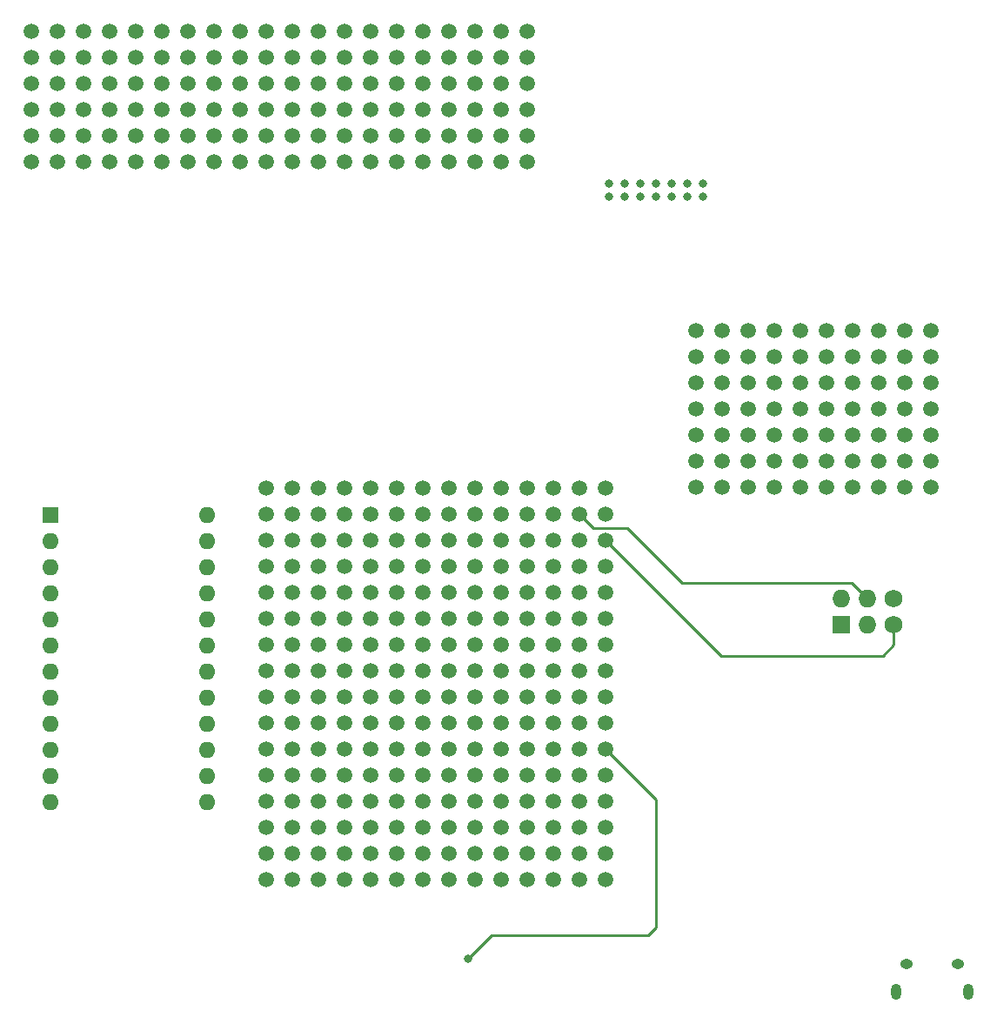
<source format=gbr>
G04 #@! TF.GenerationSoftware,KiCad,Pcbnew,(5.1.4)-1*
G04 #@! TF.CreationDate,2019-09-21T18:09:15-04:00*
G04 #@! TF.ProjectId,test2,74657374-322e-46b6-9963-61645f706362,rev?*
G04 #@! TF.SameCoordinates,Original*
G04 #@! TF.FileFunction,Copper,L2,Bot*
G04 #@! TF.FilePolarity,Positive*
%FSLAX46Y46*%
G04 Gerber Fmt 4.6, Leading zero omitted, Abs format (unit mm)*
G04 Created by KiCad (PCBNEW (5.1.4)-1) date 2019-09-21 18:09:15*
%MOMM*%
%LPD*%
G04 APERTURE LIST*
%ADD10C,1.500000*%
%ADD11O,1.250000X0.950000*%
%ADD12O,1.000000X1.550000*%
%ADD13O,1.600000X1.600000*%
%ADD14R,1.600000X1.600000*%
%ADD15R,1.727200X1.727200*%
%ADD16O,1.727200X1.727200*%
%ADD17C,1.727200*%
%ADD18C,0.800000*%
%ADD19C,0.250000*%
G04 APERTURE END LIST*
D10*
X160099000Y-92535000D03*
X160099000Y-89995000D03*
X160099000Y-87455000D03*
X160099000Y-84915000D03*
X160099000Y-82375000D03*
X160099000Y-79835000D03*
X160099000Y-77295000D03*
X157559000Y-92535000D03*
X157559000Y-89995000D03*
X157559000Y-87455000D03*
X157559000Y-84915000D03*
X157559000Y-82375000D03*
X157559000Y-79835000D03*
X157559000Y-77295000D03*
X155019000Y-92535000D03*
X155019000Y-89995000D03*
X155019000Y-87455000D03*
X155019000Y-84915000D03*
X155019000Y-82375000D03*
X155019000Y-79835000D03*
X155019000Y-77295000D03*
X152479000Y-92535000D03*
X152479000Y-89995000D03*
X152479000Y-87455000D03*
X152479000Y-84915000D03*
X152479000Y-82375000D03*
X152479000Y-79835000D03*
X152479000Y-77295000D03*
X149939000Y-92535000D03*
X149939000Y-89995000D03*
X149939000Y-87455000D03*
X149939000Y-84915000D03*
X149939000Y-82375000D03*
X149939000Y-79835000D03*
X149939000Y-77295000D03*
X147399000Y-92535000D03*
X147399000Y-89995000D03*
X147399000Y-87455000D03*
X147399000Y-84915000D03*
X147399000Y-82375000D03*
X147399000Y-79835000D03*
X147399000Y-77295000D03*
X144859000Y-92535000D03*
X144859000Y-89995000D03*
X144859000Y-87455000D03*
X144859000Y-84915000D03*
X144859000Y-82375000D03*
X144859000Y-79835000D03*
X144859000Y-77295000D03*
X142319000Y-92535000D03*
X142319000Y-89995000D03*
X142319000Y-87455000D03*
X142319000Y-84915000D03*
X142319000Y-82375000D03*
X142319000Y-79835000D03*
X142319000Y-77295000D03*
X139779000Y-92535000D03*
X139779000Y-89995000D03*
X139779000Y-87455000D03*
X139779000Y-84915000D03*
X139779000Y-82375000D03*
X139779000Y-79835000D03*
X139779000Y-77295000D03*
X137239000Y-92535000D03*
X137239000Y-89995000D03*
X137239000Y-87455000D03*
X137239000Y-84915000D03*
X137239000Y-82375000D03*
X137239000Y-79835000D03*
X137239000Y-77295000D03*
X120856000Y-60912000D03*
X120856000Y-58372000D03*
X120856000Y-55832000D03*
X120856000Y-53292000D03*
X120856000Y-50752000D03*
X120856000Y-48212000D03*
X118316000Y-60912000D03*
X118316000Y-58372000D03*
X118316000Y-55832000D03*
X118316000Y-53292000D03*
X118316000Y-50752000D03*
X118316000Y-48212000D03*
X115776000Y-60912000D03*
X115776000Y-58372000D03*
X115776000Y-55832000D03*
X115776000Y-53292000D03*
X115776000Y-50752000D03*
X115776000Y-48212000D03*
X113236000Y-60912000D03*
X113236000Y-58372000D03*
X113236000Y-55832000D03*
X113236000Y-53292000D03*
X113236000Y-50752000D03*
X113236000Y-48212000D03*
X110696000Y-60912000D03*
X110696000Y-58372000D03*
X110696000Y-55832000D03*
X110696000Y-53292000D03*
X110696000Y-50752000D03*
X110696000Y-48212000D03*
X108156000Y-60912000D03*
X108156000Y-58372000D03*
X108156000Y-55832000D03*
X108156000Y-53292000D03*
X108156000Y-50752000D03*
X108156000Y-48212000D03*
X105616000Y-60912000D03*
X105616000Y-58372000D03*
X105616000Y-55832000D03*
X105616000Y-53292000D03*
X105616000Y-50752000D03*
X105616000Y-48212000D03*
X103076000Y-60912000D03*
X103076000Y-58372000D03*
X103076000Y-55832000D03*
X103076000Y-53292000D03*
X103076000Y-50752000D03*
X103076000Y-48212000D03*
X100536000Y-60912000D03*
X100536000Y-58372000D03*
X100536000Y-55832000D03*
X100536000Y-53292000D03*
X100536000Y-50752000D03*
X100536000Y-48212000D03*
X97996000Y-60912000D03*
X97996000Y-58372000D03*
X97996000Y-55832000D03*
X97996000Y-53292000D03*
X97996000Y-50752000D03*
X97996000Y-48212000D03*
X95456000Y-60912000D03*
X95456000Y-58372000D03*
X95456000Y-55832000D03*
X95456000Y-53292000D03*
X95456000Y-50752000D03*
X95456000Y-48212000D03*
X92916000Y-60912000D03*
X92916000Y-58372000D03*
X92916000Y-55832000D03*
X92916000Y-53292000D03*
X92916000Y-50752000D03*
X92916000Y-48212000D03*
X90376000Y-60912000D03*
X90376000Y-58372000D03*
X90376000Y-55832000D03*
X90376000Y-53292000D03*
X90376000Y-50752000D03*
X90376000Y-48212000D03*
X87836000Y-60912000D03*
X87836000Y-58372000D03*
X87836000Y-55832000D03*
X87836000Y-53292000D03*
X87836000Y-50752000D03*
X87836000Y-48212000D03*
X85296000Y-60912000D03*
X85296000Y-58372000D03*
X85296000Y-55832000D03*
X85296000Y-53292000D03*
X85296000Y-50752000D03*
X85296000Y-48212000D03*
X82756000Y-60912000D03*
X82756000Y-58372000D03*
X82756000Y-55832000D03*
X82756000Y-53292000D03*
X82756000Y-50752000D03*
X82756000Y-48212000D03*
X80216000Y-60912000D03*
X80216000Y-58372000D03*
X80216000Y-55832000D03*
X80216000Y-53292000D03*
X80216000Y-50752000D03*
X80216000Y-48212000D03*
X77676000Y-60912000D03*
X77676000Y-58372000D03*
X77676000Y-55832000D03*
X77676000Y-53292000D03*
X77676000Y-50752000D03*
X77676000Y-48212000D03*
X75136000Y-60912000D03*
X75136000Y-58372000D03*
X75136000Y-55832000D03*
X75136000Y-53292000D03*
X75136000Y-50752000D03*
X75136000Y-48212000D03*
X72596000Y-60912000D03*
X72596000Y-58372000D03*
X72596000Y-55832000D03*
X72596000Y-53292000D03*
X72596000Y-50752000D03*
X72596000Y-48212000D03*
D11*
X162774000Y-138938000D03*
X157774000Y-138938000D03*
D12*
X156774000Y-141638000D03*
X163774000Y-141638000D03*
D10*
X128476000Y-130762000D03*
X128476000Y-128222000D03*
X128476000Y-125682000D03*
X128476000Y-123142000D03*
X128476000Y-120602000D03*
X128476000Y-118062000D03*
X128476000Y-115522000D03*
X128476000Y-112982000D03*
X128476000Y-110442000D03*
X128476000Y-107902000D03*
X128476000Y-105362000D03*
X128476000Y-102822000D03*
X128476000Y-100282000D03*
X128476000Y-97742000D03*
X128476000Y-95202000D03*
X128476000Y-92662000D03*
X125936000Y-130762000D03*
X125936000Y-128222000D03*
X125936000Y-125682000D03*
X125936000Y-123142000D03*
X125936000Y-120602000D03*
X125936000Y-118062000D03*
X125936000Y-115522000D03*
X125936000Y-112982000D03*
X125936000Y-110442000D03*
X125936000Y-107902000D03*
X125936000Y-105362000D03*
X125936000Y-102822000D03*
X125936000Y-100282000D03*
X125936000Y-97742000D03*
X125936000Y-95202000D03*
X125936000Y-92662000D03*
X123396000Y-130762000D03*
X123396000Y-128222000D03*
X123396000Y-125682000D03*
X123396000Y-123142000D03*
X123396000Y-120602000D03*
X123396000Y-118062000D03*
X123396000Y-115522000D03*
X123396000Y-112982000D03*
X123396000Y-110442000D03*
X123396000Y-107902000D03*
X123396000Y-105362000D03*
X123396000Y-102822000D03*
X123396000Y-100282000D03*
X123396000Y-97742000D03*
X123396000Y-95202000D03*
X123396000Y-92662000D03*
X120856000Y-130762000D03*
X120856000Y-128222000D03*
X120856000Y-125682000D03*
X120856000Y-123142000D03*
X120856000Y-120602000D03*
X120856000Y-118062000D03*
X120856000Y-115522000D03*
X120856000Y-112982000D03*
X120856000Y-110442000D03*
X120856000Y-107902000D03*
X120856000Y-105362000D03*
X120856000Y-102822000D03*
X120856000Y-100282000D03*
X120856000Y-97742000D03*
X120856000Y-95202000D03*
X120856000Y-92662000D03*
X118316000Y-130762000D03*
X118316000Y-128222000D03*
X118316000Y-125682000D03*
X118316000Y-123142000D03*
X118316000Y-120602000D03*
X118316000Y-118062000D03*
X118316000Y-115522000D03*
X118316000Y-112982000D03*
X118316000Y-110442000D03*
X118316000Y-107902000D03*
X118316000Y-105362000D03*
X118316000Y-102822000D03*
X118316000Y-100282000D03*
X118316000Y-97742000D03*
X118316000Y-95202000D03*
X118316000Y-92662000D03*
X115776000Y-130762000D03*
X115776000Y-128222000D03*
X115776000Y-125682000D03*
X115776000Y-123142000D03*
X115776000Y-120602000D03*
X115776000Y-118062000D03*
X115776000Y-115522000D03*
X115776000Y-112982000D03*
X115776000Y-110442000D03*
X115776000Y-107902000D03*
X115776000Y-105362000D03*
X115776000Y-102822000D03*
X115776000Y-100282000D03*
X115776000Y-97742000D03*
X115776000Y-95202000D03*
X115776000Y-92662000D03*
X113236000Y-130762000D03*
X113236000Y-128222000D03*
X113236000Y-125682000D03*
X113236000Y-123142000D03*
X113236000Y-120602000D03*
X113236000Y-118062000D03*
X113236000Y-115522000D03*
X113236000Y-112982000D03*
X113236000Y-110442000D03*
X113236000Y-107902000D03*
X113236000Y-105362000D03*
X113236000Y-102822000D03*
X113236000Y-100282000D03*
X113236000Y-97742000D03*
X113236000Y-95202000D03*
X113236000Y-92662000D03*
X110696000Y-130762000D03*
X110696000Y-128222000D03*
X110696000Y-125682000D03*
X110696000Y-123142000D03*
X110696000Y-120602000D03*
X110696000Y-118062000D03*
X110696000Y-115522000D03*
X110696000Y-112982000D03*
X110696000Y-110442000D03*
X110696000Y-107902000D03*
X110696000Y-105362000D03*
X110696000Y-102822000D03*
X110696000Y-100282000D03*
X110696000Y-97742000D03*
X110696000Y-95202000D03*
X110696000Y-92662000D03*
X108156000Y-130762000D03*
X108156000Y-128222000D03*
X108156000Y-125682000D03*
X108156000Y-123142000D03*
X108156000Y-120602000D03*
X108156000Y-118062000D03*
X108156000Y-115522000D03*
X108156000Y-112982000D03*
X108156000Y-110442000D03*
X108156000Y-107902000D03*
X108156000Y-105362000D03*
X108156000Y-102822000D03*
X108156000Y-100282000D03*
X108156000Y-97742000D03*
X108156000Y-95202000D03*
X108156000Y-92662000D03*
X105616000Y-130762000D03*
X105616000Y-128222000D03*
X105616000Y-125682000D03*
X105616000Y-123142000D03*
X105616000Y-120602000D03*
X105616000Y-118062000D03*
X105616000Y-115522000D03*
X105616000Y-112982000D03*
X105616000Y-110442000D03*
X105616000Y-107902000D03*
X105616000Y-105362000D03*
X105616000Y-102822000D03*
X105616000Y-100282000D03*
X105616000Y-97742000D03*
X105616000Y-95202000D03*
X105616000Y-92662000D03*
X103076000Y-130762000D03*
X103076000Y-128222000D03*
X103076000Y-125682000D03*
X103076000Y-123142000D03*
X103076000Y-120602000D03*
X103076000Y-118062000D03*
X103076000Y-115522000D03*
X103076000Y-112982000D03*
X103076000Y-110442000D03*
X103076000Y-107902000D03*
X103076000Y-105362000D03*
X103076000Y-102822000D03*
X103076000Y-100282000D03*
X103076000Y-97742000D03*
X103076000Y-95202000D03*
X103076000Y-92662000D03*
X100536000Y-130762000D03*
X100536000Y-128222000D03*
X100536000Y-125682000D03*
X100536000Y-123142000D03*
X100536000Y-120602000D03*
X100536000Y-118062000D03*
X100536000Y-115522000D03*
X100536000Y-112982000D03*
X100536000Y-110442000D03*
X100536000Y-107902000D03*
X100536000Y-105362000D03*
X100536000Y-102822000D03*
X100536000Y-100282000D03*
X100536000Y-97742000D03*
X100536000Y-95202000D03*
X100536000Y-92662000D03*
X97996000Y-130762000D03*
X97996000Y-128222000D03*
X97996000Y-125682000D03*
X97996000Y-123142000D03*
X97996000Y-120602000D03*
X97996000Y-118062000D03*
X97996000Y-115522000D03*
X97996000Y-112982000D03*
X97996000Y-110442000D03*
X97996000Y-107902000D03*
X97996000Y-105362000D03*
X97996000Y-102822000D03*
X97996000Y-100282000D03*
X97996000Y-97742000D03*
X97996000Y-95202000D03*
X97996000Y-92662000D03*
X95456000Y-130762000D03*
X95456000Y-128222000D03*
X95456000Y-125682000D03*
X95456000Y-123142000D03*
X95456000Y-120602000D03*
X95456000Y-118062000D03*
X95456000Y-115522000D03*
X95456000Y-112982000D03*
X95456000Y-110442000D03*
X95456000Y-107902000D03*
X95456000Y-105362000D03*
X95456000Y-102822000D03*
X95456000Y-100282000D03*
X95456000Y-97742000D03*
X95456000Y-95202000D03*
X95456000Y-92662000D03*
D13*
X89662000Y-95250000D03*
X74422000Y-123190000D03*
X89662000Y-97790000D03*
X74422000Y-120650000D03*
X89662000Y-100330000D03*
X74422000Y-118110000D03*
X89662000Y-102870000D03*
X74422000Y-115570000D03*
X89662000Y-105410000D03*
X74422000Y-113030000D03*
X89662000Y-107950000D03*
X74422000Y-110490000D03*
X89662000Y-110490000D03*
X74422000Y-107950000D03*
X89662000Y-113030000D03*
X74422000Y-105410000D03*
X89662000Y-115570000D03*
X74422000Y-102870000D03*
X89662000Y-118110000D03*
X74422000Y-100330000D03*
X89662000Y-120650000D03*
X74422000Y-97790000D03*
X89662000Y-123190000D03*
D14*
X74422000Y-95250000D03*
D15*
X151444000Y-105938000D03*
D16*
X151444000Y-103398000D03*
X153984000Y-105938000D03*
X153984000Y-103398000D03*
D17*
X156524000Y-105938000D03*
X156524000Y-103398000D03*
D18*
X128778000Y-62992000D03*
X130302000Y-62992000D03*
X131826000Y-62992000D03*
X133350000Y-62992000D03*
X134874000Y-62992000D03*
X136398000Y-62992000D03*
X137922000Y-62992000D03*
X137922000Y-64262000D03*
X136398000Y-64262000D03*
X134874000Y-64262000D03*
X133350000Y-64262000D03*
X131826000Y-64262000D03*
X130302000Y-64262000D03*
X128778000Y-64262000D03*
X115062000Y-138430000D03*
D19*
X117348000Y-136144000D02*
X115062000Y-138430000D01*
X132588000Y-136144000D02*
X117348000Y-136144000D01*
X133350000Y-135382000D02*
X132588000Y-136144000D01*
X128476000Y-118062000D02*
X133350000Y-122936000D01*
X133350000Y-122936000D02*
X133350000Y-135382000D01*
X156524000Y-105938000D02*
X156524000Y-107890000D01*
X156524000Y-107890000D02*
X155448000Y-108966000D01*
X139700000Y-108966000D02*
X128476000Y-97742000D01*
X155448000Y-108966000D02*
X139700000Y-108966000D01*
X153984000Y-103398000D02*
X153944000Y-103398000D01*
X153944000Y-103398000D02*
X152400000Y-101854000D01*
X152400000Y-101854000D02*
X135890000Y-101854000D01*
X135890000Y-101854000D02*
X130556000Y-96520000D01*
X127254000Y-96520000D02*
X125936000Y-95202000D01*
X130556000Y-96520000D02*
X127254000Y-96520000D01*
X153984000Y-105938000D02*
X153944000Y-105938000D01*
M02*

</source>
